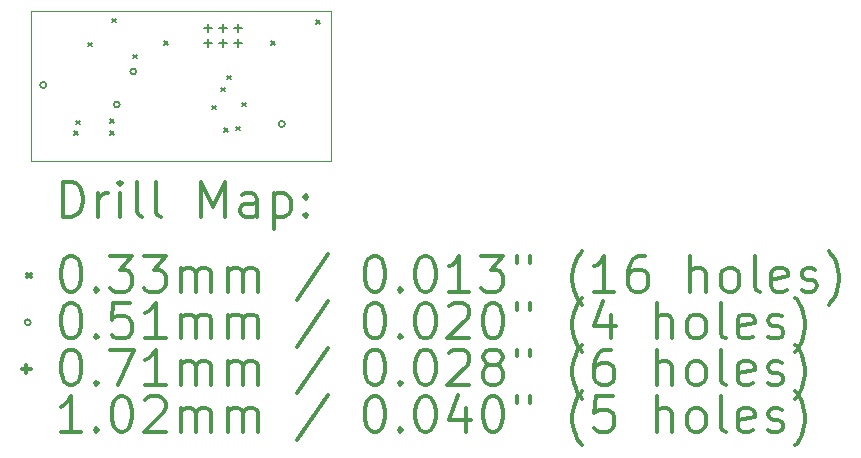
<source format=gbr>
%FSLAX45Y45*%
G04 Gerber Fmt 4.5, Leading zero omitted, Abs format (unit mm)*
G04 Created by KiCad (PCBNEW (2014-08-05 BZR 5054)-product) date 06/11/2014 16:12:25*
%MOMM*%
G01*
G04 APERTURE LIST*
%ADD10C,0.127000*%
%ADD11C,0.100000*%
%ADD12C,0.200000*%
%ADD13C,0.300000*%
G04 APERTURE END LIST*
D10*
D11*
X14414500Y-9588500D02*
X14414500Y-10858500D01*
X16954500Y-9588500D02*
X14414500Y-9588500D01*
X16954500Y-10858500D02*
X16954500Y-9588500D01*
X14414500Y-10858500D02*
X16954500Y-10858500D01*
D12*
X14778990Y-10600690D02*
X14812010Y-10633710D01*
X14812010Y-10600690D02*
X14778990Y-10633710D01*
X14791690Y-10511790D02*
X14824710Y-10544810D01*
X14824710Y-10511790D02*
X14791690Y-10544810D01*
X14893290Y-9851390D02*
X14926310Y-9884410D01*
X14926310Y-9851390D02*
X14893290Y-9884410D01*
X15083790Y-10499090D02*
X15116810Y-10532110D01*
X15116810Y-10499090D02*
X15083790Y-10532110D01*
X15083790Y-10600690D02*
X15116810Y-10633710D01*
X15116810Y-10600690D02*
X15083790Y-10633710D01*
X15096490Y-9648190D02*
X15129510Y-9681210D01*
X15129510Y-9648190D02*
X15096490Y-9681210D01*
X15274290Y-9952990D02*
X15307310Y-9986010D01*
X15307310Y-9952990D02*
X15274290Y-9986010D01*
X15540990Y-9838690D02*
X15574010Y-9871710D01*
X15574010Y-9838690D02*
X15540990Y-9871710D01*
X15947390Y-10384790D02*
X15980410Y-10417810D01*
X15980410Y-10384790D02*
X15947390Y-10417810D01*
X16023590Y-10232390D02*
X16056610Y-10265410D01*
X16056610Y-10232390D02*
X16023590Y-10265410D01*
X16048990Y-10575290D02*
X16082010Y-10608310D01*
X16082010Y-10575290D02*
X16048990Y-10608310D01*
X16074390Y-10130790D02*
X16107410Y-10163810D01*
X16107410Y-10130790D02*
X16074390Y-10163810D01*
X16150590Y-10562590D02*
X16183610Y-10595610D01*
X16183610Y-10562590D02*
X16150590Y-10595610D01*
X16201390Y-10359390D02*
X16234410Y-10392410D01*
X16234410Y-10359390D02*
X16201390Y-10392410D01*
X16442690Y-9838690D02*
X16475710Y-9871710D01*
X16475710Y-9838690D02*
X16442690Y-9871710D01*
X16823690Y-9660890D02*
X16856710Y-9693910D01*
X16856710Y-9660890D02*
X16823690Y-9693910D01*
X14541500Y-10210800D02*
G75*
G03X14541500Y-10210800I-25400J0D01*
G74*
G01*
X15163800Y-10375900D02*
G75*
G03X15163800Y-10375900I-25400J0D01*
G74*
G01*
X15303500Y-10096500D02*
G75*
G03X15303500Y-10096500I-25400J0D01*
G74*
G01*
X16560800Y-10541000D02*
G75*
G03X16560800Y-10541000I-25400J0D01*
G74*
G01*
X15913100Y-9692640D02*
X15913100Y-9763760D01*
X15877540Y-9728200D02*
X15948660Y-9728200D01*
X15913100Y-9819640D02*
X15913100Y-9890760D01*
X15877540Y-9855200D02*
X15948660Y-9855200D01*
X16040100Y-9692640D02*
X16040100Y-9763760D01*
X16004540Y-9728200D02*
X16075660Y-9728200D01*
X16040100Y-9819640D02*
X16040100Y-9890760D01*
X16004540Y-9855200D02*
X16075660Y-9855200D01*
X16167100Y-9692640D02*
X16167100Y-9763760D01*
X16131540Y-9728200D02*
X16202660Y-9728200D01*
X16167100Y-9819640D02*
X16167100Y-9890760D01*
X16131540Y-9855200D02*
X16202660Y-9855200D01*
D13*
X14680928Y-11329214D02*
X14680928Y-11029214D01*
X14752357Y-11029214D01*
X14795214Y-11043500D01*
X14823786Y-11072072D01*
X14838071Y-11100643D01*
X14852357Y-11157786D01*
X14852357Y-11200643D01*
X14838071Y-11257786D01*
X14823786Y-11286357D01*
X14795214Y-11314929D01*
X14752357Y-11329214D01*
X14680928Y-11329214D01*
X14980928Y-11329214D02*
X14980928Y-11129214D01*
X14980928Y-11186357D02*
X14995214Y-11157786D01*
X15009500Y-11143500D01*
X15038071Y-11129214D01*
X15066643Y-11129214D01*
X15166643Y-11329214D02*
X15166643Y-11129214D01*
X15166643Y-11029214D02*
X15152357Y-11043500D01*
X15166643Y-11057786D01*
X15180928Y-11043500D01*
X15166643Y-11029214D01*
X15166643Y-11057786D01*
X15352357Y-11329214D02*
X15323786Y-11314929D01*
X15309500Y-11286357D01*
X15309500Y-11029214D01*
X15509500Y-11329214D02*
X15480928Y-11314929D01*
X15466643Y-11286357D01*
X15466643Y-11029214D01*
X15852357Y-11329214D02*
X15852357Y-11029214D01*
X15952357Y-11243500D01*
X16052357Y-11029214D01*
X16052357Y-11329214D01*
X16323786Y-11329214D02*
X16323786Y-11172072D01*
X16309500Y-11143500D01*
X16280928Y-11129214D01*
X16223786Y-11129214D01*
X16195214Y-11143500D01*
X16323786Y-11314929D02*
X16295214Y-11329214D01*
X16223786Y-11329214D01*
X16195214Y-11314929D01*
X16180928Y-11286357D01*
X16180928Y-11257786D01*
X16195214Y-11229214D01*
X16223786Y-11214929D01*
X16295214Y-11214929D01*
X16323786Y-11200643D01*
X16466643Y-11129214D02*
X16466643Y-11429214D01*
X16466643Y-11143500D02*
X16495214Y-11129214D01*
X16552357Y-11129214D01*
X16580928Y-11143500D01*
X16595214Y-11157786D01*
X16609500Y-11186357D01*
X16609500Y-11272071D01*
X16595214Y-11300643D01*
X16580928Y-11314929D01*
X16552357Y-11329214D01*
X16495214Y-11329214D01*
X16466643Y-11314929D01*
X16738071Y-11300643D02*
X16752357Y-11314929D01*
X16738071Y-11329214D01*
X16723786Y-11314929D01*
X16738071Y-11300643D01*
X16738071Y-11329214D01*
X16738071Y-11143500D02*
X16752357Y-11157786D01*
X16738071Y-11172072D01*
X16723786Y-11157786D01*
X16738071Y-11143500D01*
X16738071Y-11172072D01*
X14376480Y-11806990D02*
X14409500Y-11840010D01*
X14409500Y-11806990D02*
X14376480Y-11840010D01*
X14738071Y-11659214D02*
X14766643Y-11659214D01*
X14795214Y-11673500D01*
X14809500Y-11687786D01*
X14823786Y-11716357D01*
X14838071Y-11773500D01*
X14838071Y-11844929D01*
X14823786Y-11902071D01*
X14809500Y-11930643D01*
X14795214Y-11944929D01*
X14766643Y-11959214D01*
X14738071Y-11959214D01*
X14709500Y-11944929D01*
X14695214Y-11930643D01*
X14680928Y-11902071D01*
X14666643Y-11844929D01*
X14666643Y-11773500D01*
X14680928Y-11716357D01*
X14695214Y-11687786D01*
X14709500Y-11673500D01*
X14738071Y-11659214D01*
X14966643Y-11930643D02*
X14980928Y-11944929D01*
X14966643Y-11959214D01*
X14952357Y-11944929D01*
X14966643Y-11930643D01*
X14966643Y-11959214D01*
X15080928Y-11659214D02*
X15266643Y-11659214D01*
X15166643Y-11773500D01*
X15209500Y-11773500D01*
X15238071Y-11787786D01*
X15252357Y-11802071D01*
X15266643Y-11830643D01*
X15266643Y-11902071D01*
X15252357Y-11930643D01*
X15238071Y-11944929D01*
X15209500Y-11959214D01*
X15123786Y-11959214D01*
X15095214Y-11944929D01*
X15080928Y-11930643D01*
X15366643Y-11659214D02*
X15552357Y-11659214D01*
X15452357Y-11773500D01*
X15495214Y-11773500D01*
X15523786Y-11787786D01*
X15538071Y-11802071D01*
X15552357Y-11830643D01*
X15552357Y-11902071D01*
X15538071Y-11930643D01*
X15523786Y-11944929D01*
X15495214Y-11959214D01*
X15409500Y-11959214D01*
X15380928Y-11944929D01*
X15366643Y-11930643D01*
X15680928Y-11959214D02*
X15680928Y-11759214D01*
X15680928Y-11787786D02*
X15695214Y-11773500D01*
X15723786Y-11759214D01*
X15766643Y-11759214D01*
X15795214Y-11773500D01*
X15809500Y-11802071D01*
X15809500Y-11959214D01*
X15809500Y-11802071D02*
X15823786Y-11773500D01*
X15852357Y-11759214D01*
X15895214Y-11759214D01*
X15923786Y-11773500D01*
X15938071Y-11802071D01*
X15938071Y-11959214D01*
X16080928Y-11959214D02*
X16080928Y-11759214D01*
X16080928Y-11787786D02*
X16095214Y-11773500D01*
X16123786Y-11759214D01*
X16166643Y-11759214D01*
X16195214Y-11773500D01*
X16209500Y-11802071D01*
X16209500Y-11959214D01*
X16209500Y-11802071D02*
X16223786Y-11773500D01*
X16252357Y-11759214D01*
X16295214Y-11759214D01*
X16323786Y-11773500D01*
X16338071Y-11802071D01*
X16338071Y-11959214D01*
X16923786Y-11644929D02*
X16666643Y-12030643D01*
X17309500Y-11659214D02*
X17338071Y-11659214D01*
X17366643Y-11673500D01*
X17380928Y-11687786D01*
X17395214Y-11716357D01*
X17409500Y-11773500D01*
X17409500Y-11844929D01*
X17395214Y-11902071D01*
X17380928Y-11930643D01*
X17366643Y-11944929D01*
X17338071Y-11959214D01*
X17309500Y-11959214D01*
X17280928Y-11944929D01*
X17266643Y-11930643D01*
X17252357Y-11902071D01*
X17238071Y-11844929D01*
X17238071Y-11773500D01*
X17252357Y-11716357D01*
X17266643Y-11687786D01*
X17280928Y-11673500D01*
X17309500Y-11659214D01*
X17538071Y-11930643D02*
X17552357Y-11944929D01*
X17538071Y-11959214D01*
X17523786Y-11944929D01*
X17538071Y-11930643D01*
X17538071Y-11959214D01*
X17738071Y-11659214D02*
X17766643Y-11659214D01*
X17795214Y-11673500D01*
X17809500Y-11687786D01*
X17823786Y-11716357D01*
X17838071Y-11773500D01*
X17838071Y-11844929D01*
X17823786Y-11902071D01*
X17809500Y-11930643D01*
X17795214Y-11944929D01*
X17766643Y-11959214D01*
X17738071Y-11959214D01*
X17709500Y-11944929D01*
X17695214Y-11930643D01*
X17680928Y-11902071D01*
X17666643Y-11844929D01*
X17666643Y-11773500D01*
X17680928Y-11716357D01*
X17695214Y-11687786D01*
X17709500Y-11673500D01*
X17738071Y-11659214D01*
X18123786Y-11959214D02*
X17952357Y-11959214D01*
X18038071Y-11959214D02*
X18038071Y-11659214D01*
X18009500Y-11702071D01*
X17980928Y-11730643D01*
X17952357Y-11744929D01*
X18223786Y-11659214D02*
X18409500Y-11659214D01*
X18309500Y-11773500D01*
X18352357Y-11773500D01*
X18380928Y-11787786D01*
X18395214Y-11802071D01*
X18409500Y-11830643D01*
X18409500Y-11902071D01*
X18395214Y-11930643D01*
X18380928Y-11944929D01*
X18352357Y-11959214D01*
X18266643Y-11959214D01*
X18238071Y-11944929D01*
X18223786Y-11930643D01*
X18523786Y-11659214D02*
X18523786Y-11716357D01*
X18638071Y-11659214D02*
X18638071Y-11716357D01*
X19080928Y-12073500D02*
X19066643Y-12059214D01*
X19038071Y-12016357D01*
X19023786Y-11987786D01*
X19009500Y-11944929D01*
X18995214Y-11873500D01*
X18995214Y-11816357D01*
X19009500Y-11744929D01*
X19023786Y-11702071D01*
X19038071Y-11673500D01*
X19066643Y-11630643D01*
X19080928Y-11616357D01*
X19352357Y-11959214D02*
X19180928Y-11959214D01*
X19266643Y-11959214D02*
X19266643Y-11659214D01*
X19238071Y-11702071D01*
X19209500Y-11730643D01*
X19180928Y-11744929D01*
X19609500Y-11659214D02*
X19552357Y-11659214D01*
X19523786Y-11673500D01*
X19509500Y-11687786D01*
X19480928Y-11730643D01*
X19466643Y-11787786D01*
X19466643Y-11902071D01*
X19480928Y-11930643D01*
X19495214Y-11944929D01*
X19523786Y-11959214D01*
X19580928Y-11959214D01*
X19609500Y-11944929D01*
X19623786Y-11930643D01*
X19638071Y-11902071D01*
X19638071Y-11830643D01*
X19623786Y-11802071D01*
X19609500Y-11787786D01*
X19580928Y-11773500D01*
X19523786Y-11773500D01*
X19495214Y-11787786D01*
X19480928Y-11802071D01*
X19466643Y-11830643D01*
X19995214Y-11959214D02*
X19995214Y-11659214D01*
X20123786Y-11959214D02*
X20123786Y-11802071D01*
X20109500Y-11773500D01*
X20080928Y-11759214D01*
X20038071Y-11759214D01*
X20009500Y-11773500D01*
X19995214Y-11787786D01*
X20309500Y-11959214D02*
X20280928Y-11944929D01*
X20266643Y-11930643D01*
X20252357Y-11902071D01*
X20252357Y-11816357D01*
X20266643Y-11787786D01*
X20280928Y-11773500D01*
X20309500Y-11759214D01*
X20352357Y-11759214D01*
X20380928Y-11773500D01*
X20395214Y-11787786D01*
X20409500Y-11816357D01*
X20409500Y-11902071D01*
X20395214Y-11930643D01*
X20380928Y-11944929D01*
X20352357Y-11959214D01*
X20309500Y-11959214D01*
X20580928Y-11959214D02*
X20552357Y-11944929D01*
X20538071Y-11916357D01*
X20538071Y-11659214D01*
X20809500Y-11944929D02*
X20780929Y-11959214D01*
X20723786Y-11959214D01*
X20695214Y-11944929D01*
X20680929Y-11916357D01*
X20680929Y-11802071D01*
X20695214Y-11773500D01*
X20723786Y-11759214D01*
X20780929Y-11759214D01*
X20809500Y-11773500D01*
X20823786Y-11802071D01*
X20823786Y-11830643D01*
X20680929Y-11859214D01*
X20938071Y-11944929D02*
X20966643Y-11959214D01*
X21023786Y-11959214D01*
X21052357Y-11944929D01*
X21066643Y-11916357D01*
X21066643Y-11902071D01*
X21052357Y-11873500D01*
X21023786Y-11859214D01*
X20980929Y-11859214D01*
X20952357Y-11844929D01*
X20938071Y-11816357D01*
X20938071Y-11802071D01*
X20952357Y-11773500D01*
X20980929Y-11759214D01*
X21023786Y-11759214D01*
X21052357Y-11773500D01*
X21166643Y-12073500D02*
X21180929Y-12059214D01*
X21209500Y-12016357D01*
X21223786Y-11987786D01*
X21238071Y-11944929D01*
X21252357Y-11873500D01*
X21252357Y-11816357D01*
X21238071Y-11744929D01*
X21223786Y-11702071D01*
X21209500Y-11673500D01*
X21180929Y-11630643D01*
X21166643Y-11616357D01*
D12*
X14409500Y-12219500D02*
G75*
G03X14409500Y-12219500I-25400J0D01*
G74*
G01*
D13*
X14738071Y-12055214D02*
X14766643Y-12055214D01*
X14795214Y-12069500D01*
X14809500Y-12083786D01*
X14823786Y-12112357D01*
X14838071Y-12169500D01*
X14838071Y-12240929D01*
X14823786Y-12298071D01*
X14809500Y-12326643D01*
X14795214Y-12340929D01*
X14766643Y-12355214D01*
X14738071Y-12355214D01*
X14709500Y-12340929D01*
X14695214Y-12326643D01*
X14680928Y-12298071D01*
X14666643Y-12240929D01*
X14666643Y-12169500D01*
X14680928Y-12112357D01*
X14695214Y-12083786D01*
X14709500Y-12069500D01*
X14738071Y-12055214D01*
X14966643Y-12326643D02*
X14980928Y-12340929D01*
X14966643Y-12355214D01*
X14952357Y-12340929D01*
X14966643Y-12326643D01*
X14966643Y-12355214D01*
X15252357Y-12055214D02*
X15109500Y-12055214D01*
X15095214Y-12198071D01*
X15109500Y-12183786D01*
X15138071Y-12169500D01*
X15209500Y-12169500D01*
X15238071Y-12183786D01*
X15252357Y-12198071D01*
X15266643Y-12226643D01*
X15266643Y-12298071D01*
X15252357Y-12326643D01*
X15238071Y-12340929D01*
X15209500Y-12355214D01*
X15138071Y-12355214D01*
X15109500Y-12340929D01*
X15095214Y-12326643D01*
X15552357Y-12355214D02*
X15380928Y-12355214D01*
X15466643Y-12355214D02*
X15466643Y-12055214D01*
X15438071Y-12098071D01*
X15409500Y-12126643D01*
X15380928Y-12140929D01*
X15680928Y-12355214D02*
X15680928Y-12155214D01*
X15680928Y-12183786D02*
X15695214Y-12169500D01*
X15723786Y-12155214D01*
X15766643Y-12155214D01*
X15795214Y-12169500D01*
X15809500Y-12198071D01*
X15809500Y-12355214D01*
X15809500Y-12198071D02*
X15823786Y-12169500D01*
X15852357Y-12155214D01*
X15895214Y-12155214D01*
X15923786Y-12169500D01*
X15938071Y-12198071D01*
X15938071Y-12355214D01*
X16080928Y-12355214D02*
X16080928Y-12155214D01*
X16080928Y-12183786D02*
X16095214Y-12169500D01*
X16123786Y-12155214D01*
X16166643Y-12155214D01*
X16195214Y-12169500D01*
X16209500Y-12198071D01*
X16209500Y-12355214D01*
X16209500Y-12198071D02*
X16223786Y-12169500D01*
X16252357Y-12155214D01*
X16295214Y-12155214D01*
X16323786Y-12169500D01*
X16338071Y-12198071D01*
X16338071Y-12355214D01*
X16923786Y-12040929D02*
X16666643Y-12426643D01*
X17309500Y-12055214D02*
X17338071Y-12055214D01*
X17366643Y-12069500D01*
X17380928Y-12083786D01*
X17395214Y-12112357D01*
X17409500Y-12169500D01*
X17409500Y-12240929D01*
X17395214Y-12298071D01*
X17380928Y-12326643D01*
X17366643Y-12340929D01*
X17338071Y-12355214D01*
X17309500Y-12355214D01*
X17280928Y-12340929D01*
X17266643Y-12326643D01*
X17252357Y-12298071D01*
X17238071Y-12240929D01*
X17238071Y-12169500D01*
X17252357Y-12112357D01*
X17266643Y-12083786D01*
X17280928Y-12069500D01*
X17309500Y-12055214D01*
X17538071Y-12326643D02*
X17552357Y-12340929D01*
X17538071Y-12355214D01*
X17523786Y-12340929D01*
X17538071Y-12326643D01*
X17538071Y-12355214D01*
X17738071Y-12055214D02*
X17766643Y-12055214D01*
X17795214Y-12069500D01*
X17809500Y-12083786D01*
X17823786Y-12112357D01*
X17838071Y-12169500D01*
X17838071Y-12240929D01*
X17823786Y-12298071D01*
X17809500Y-12326643D01*
X17795214Y-12340929D01*
X17766643Y-12355214D01*
X17738071Y-12355214D01*
X17709500Y-12340929D01*
X17695214Y-12326643D01*
X17680928Y-12298071D01*
X17666643Y-12240929D01*
X17666643Y-12169500D01*
X17680928Y-12112357D01*
X17695214Y-12083786D01*
X17709500Y-12069500D01*
X17738071Y-12055214D01*
X17952357Y-12083786D02*
X17966643Y-12069500D01*
X17995214Y-12055214D01*
X18066643Y-12055214D01*
X18095214Y-12069500D01*
X18109500Y-12083786D01*
X18123786Y-12112357D01*
X18123786Y-12140929D01*
X18109500Y-12183786D01*
X17938071Y-12355214D01*
X18123786Y-12355214D01*
X18309500Y-12055214D02*
X18338071Y-12055214D01*
X18366643Y-12069500D01*
X18380928Y-12083786D01*
X18395214Y-12112357D01*
X18409500Y-12169500D01*
X18409500Y-12240929D01*
X18395214Y-12298071D01*
X18380928Y-12326643D01*
X18366643Y-12340929D01*
X18338071Y-12355214D01*
X18309500Y-12355214D01*
X18280928Y-12340929D01*
X18266643Y-12326643D01*
X18252357Y-12298071D01*
X18238071Y-12240929D01*
X18238071Y-12169500D01*
X18252357Y-12112357D01*
X18266643Y-12083786D01*
X18280928Y-12069500D01*
X18309500Y-12055214D01*
X18523786Y-12055214D02*
X18523786Y-12112357D01*
X18638071Y-12055214D02*
X18638071Y-12112357D01*
X19080928Y-12469500D02*
X19066643Y-12455214D01*
X19038071Y-12412357D01*
X19023786Y-12383786D01*
X19009500Y-12340929D01*
X18995214Y-12269500D01*
X18995214Y-12212357D01*
X19009500Y-12140929D01*
X19023786Y-12098071D01*
X19038071Y-12069500D01*
X19066643Y-12026643D01*
X19080928Y-12012357D01*
X19323786Y-12155214D02*
X19323786Y-12355214D01*
X19252357Y-12040929D02*
X19180928Y-12255214D01*
X19366643Y-12255214D01*
X19709500Y-12355214D02*
X19709500Y-12055214D01*
X19838071Y-12355214D02*
X19838071Y-12198071D01*
X19823786Y-12169500D01*
X19795214Y-12155214D01*
X19752357Y-12155214D01*
X19723786Y-12169500D01*
X19709500Y-12183786D01*
X20023786Y-12355214D02*
X19995214Y-12340929D01*
X19980928Y-12326643D01*
X19966643Y-12298071D01*
X19966643Y-12212357D01*
X19980928Y-12183786D01*
X19995214Y-12169500D01*
X20023786Y-12155214D01*
X20066643Y-12155214D01*
X20095214Y-12169500D01*
X20109500Y-12183786D01*
X20123786Y-12212357D01*
X20123786Y-12298071D01*
X20109500Y-12326643D01*
X20095214Y-12340929D01*
X20066643Y-12355214D01*
X20023786Y-12355214D01*
X20295214Y-12355214D02*
X20266643Y-12340929D01*
X20252357Y-12312357D01*
X20252357Y-12055214D01*
X20523786Y-12340929D02*
X20495214Y-12355214D01*
X20438071Y-12355214D01*
X20409500Y-12340929D01*
X20395214Y-12312357D01*
X20395214Y-12198071D01*
X20409500Y-12169500D01*
X20438071Y-12155214D01*
X20495214Y-12155214D01*
X20523786Y-12169500D01*
X20538071Y-12198071D01*
X20538071Y-12226643D01*
X20395214Y-12255214D01*
X20652357Y-12340929D02*
X20680929Y-12355214D01*
X20738071Y-12355214D01*
X20766643Y-12340929D01*
X20780929Y-12312357D01*
X20780929Y-12298071D01*
X20766643Y-12269500D01*
X20738071Y-12255214D01*
X20695214Y-12255214D01*
X20666643Y-12240929D01*
X20652357Y-12212357D01*
X20652357Y-12198071D01*
X20666643Y-12169500D01*
X20695214Y-12155214D01*
X20738071Y-12155214D01*
X20766643Y-12169500D01*
X20880928Y-12469500D02*
X20895214Y-12455214D01*
X20923786Y-12412357D01*
X20938071Y-12383786D01*
X20952357Y-12340929D01*
X20966643Y-12269500D01*
X20966643Y-12212357D01*
X20952357Y-12140929D01*
X20938071Y-12098071D01*
X20923786Y-12069500D01*
X20895214Y-12026643D01*
X20880928Y-12012357D01*
X14373940Y-12579940D02*
X14373940Y-12651060D01*
X14338380Y-12615500D02*
X14409500Y-12615500D01*
X14738071Y-12451214D02*
X14766643Y-12451214D01*
X14795214Y-12465500D01*
X14809500Y-12479786D01*
X14823786Y-12508357D01*
X14838071Y-12565500D01*
X14838071Y-12636929D01*
X14823786Y-12694071D01*
X14809500Y-12722643D01*
X14795214Y-12736929D01*
X14766643Y-12751214D01*
X14738071Y-12751214D01*
X14709500Y-12736929D01*
X14695214Y-12722643D01*
X14680928Y-12694071D01*
X14666643Y-12636929D01*
X14666643Y-12565500D01*
X14680928Y-12508357D01*
X14695214Y-12479786D01*
X14709500Y-12465500D01*
X14738071Y-12451214D01*
X14966643Y-12722643D02*
X14980928Y-12736929D01*
X14966643Y-12751214D01*
X14952357Y-12736929D01*
X14966643Y-12722643D01*
X14966643Y-12751214D01*
X15080928Y-12451214D02*
X15280928Y-12451214D01*
X15152357Y-12751214D01*
X15552357Y-12751214D02*
X15380928Y-12751214D01*
X15466643Y-12751214D02*
X15466643Y-12451214D01*
X15438071Y-12494071D01*
X15409500Y-12522643D01*
X15380928Y-12536929D01*
X15680928Y-12751214D02*
X15680928Y-12551214D01*
X15680928Y-12579786D02*
X15695214Y-12565500D01*
X15723786Y-12551214D01*
X15766643Y-12551214D01*
X15795214Y-12565500D01*
X15809500Y-12594071D01*
X15809500Y-12751214D01*
X15809500Y-12594071D02*
X15823786Y-12565500D01*
X15852357Y-12551214D01*
X15895214Y-12551214D01*
X15923786Y-12565500D01*
X15938071Y-12594071D01*
X15938071Y-12751214D01*
X16080928Y-12751214D02*
X16080928Y-12551214D01*
X16080928Y-12579786D02*
X16095214Y-12565500D01*
X16123786Y-12551214D01*
X16166643Y-12551214D01*
X16195214Y-12565500D01*
X16209500Y-12594071D01*
X16209500Y-12751214D01*
X16209500Y-12594071D02*
X16223786Y-12565500D01*
X16252357Y-12551214D01*
X16295214Y-12551214D01*
X16323786Y-12565500D01*
X16338071Y-12594071D01*
X16338071Y-12751214D01*
X16923786Y-12436929D02*
X16666643Y-12822643D01*
X17309500Y-12451214D02*
X17338071Y-12451214D01*
X17366643Y-12465500D01*
X17380928Y-12479786D01*
X17395214Y-12508357D01*
X17409500Y-12565500D01*
X17409500Y-12636929D01*
X17395214Y-12694071D01*
X17380928Y-12722643D01*
X17366643Y-12736929D01*
X17338071Y-12751214D01*
X17309500Y-12751214D01*
X17280928Y-12736929D01*
X17266643Y-12722643D01*
X17252357Y-12694071D01*
X17238071Y-12636929D01*
X17238071Y-12565500D01*
X17252357Y-12508357D01*
X17266643Y-12479786D01*
X17280928Y-12465500D01*
X17309500Y-12451214D01*
X17538071Y-12722643D02*
X17552357Y-12736929D01*
X17538071Y-12751214D01*
X17523786Y-12736929D01*
X17538071Y-12722643D01*
X17538071Y-12751214D01*
X17738071Y-12451214D02*
X17766643Y-12451214D01*
X17795214Y-12465500D01*
X17809500Y-12479786D01*
X17823786Y-12508357D01*
X17838071Y-12565500D01*
X17838071Y-12636929D01*
X17823786Y-12694071D01*
X17809500Y-12722643D01*
X17795214Y-12736929D01*
X17766643Y-12751214D01*
X17738071Y-12751214D01*
X17709500Y-12736929D01*
X17695214Y-12722643D01*
X17680928Y-12694071D01*
X17666643Y-12636929D01*
X17666643Y-12565500D01*
X17680928Y-12508357D01*
X17695214Y-12479786D01*
X17709500Y-12465500D01*
X17738071Y-12451214D01*
X17952357Y-12479786D02*
X17966643Y-12465500D01*
X17995214Y-12451214D01*
X18066643Y-12451214D01*
X18095214Y-12465500D01*
X18109500Y-12479786D01*
X18123786Y-12508357D01*
X18123786Y-12536929D01*
X18109500Y-12579786D01*
X17938071Y-12751214D01*
X18123786Y-12751214D01*
X18295214Y-12579786D02*
X18266643Y-12565500D01*
X18252357Y-12551214D01*
X18238071Y-12522643D01*
X18238071Y-12508357D01*
X18252357Y-12479786D01*
X18266643Y-12465500D01*
X18295214Y-12451214D01*
X18352357Y-12451214D01*
X18380928Y-12465500D01*
X18395214Y-12479786D01*
X18409500Y-12508357D01*
X18409500Y-12522643D01*
X18395214Y-12551214D01*
X18380928Y-12565500D01*
X18352357Y-12579786D01*
X18295214Y-12579786D01*
X18266643Y-12594071D01*
X18252357Y-12608357D01*
X18238071Y-12636929D01*
X18238071Y-12694071D01*
X18252357Y-12722643D01*
X18266643Y-12736929D01*
X18295214Y-12751214D01*
X18352357Y-12751214D01*
X18380928Y-12736929D01*
X18395214Y-12722643D01*
X18409500Y-12694071D01*
X18409500Y-12636929D01*
X18395214Y-12608357D01*
X18380928Y-12594071D01*
X18352357Y-12579786D01*
X18523786Y-12451214D02*
X18523786Y-12508357D01*
X18638071Y-12451214D02*
X18638071Y-12508357D01*
X19080928Y-12865500D02*
X19066643Y-12851214D01*
X19038071Y-12808357D01*
X19023786Y-12779786D01*
X19009500Y-12736929D01*
X18995214Y-12665500D01*
X18995214Y-12608357D01*
X19009500Y-12536929D01*
X19023786Y-12494071D01*
X19038071Y-12465500D01*
X19066643Y-12422643D01*
X19080928Y-12408357D01*
X19323786Y-12451214D02*
X19266643Y-12451214D01*
X19238071Y-12465500D01*
X19223786Y-12479786D01*
X19195214Y-12522643D01*
X19180928Y-12579786D01*
X19180928Y-12694071D01*
X19195214Y-12722643D01*
X19209500Y-12736929D01*
X19238071Y-12751214D01*
X19295214Y-12751214D01*
X19323786Y-12736929D01*
X19338071Y-12722643D01*
X19352357Y-12694071D01*
X19352357Y-12622643D01*
X19338071Y-12594071D01*
X19323786Y-12579786D01*
X19295214Y-12565500D01*
X19238071Y-12565500D01*
X19209500Y-12579786D01*
X19195214Y-12594071D01*
X19180928Y-12622643D01*
X19709500Y-12751214D02*
X19709500Y-12451214D01*
X19838071Y-12751214D02*
X19838071Y-12594071D01*
X19823786Y-12565500D01*
X19795214Y-12551214D01*
X19752357Y-12551214D01*
X19723786Y-12565500D01*
X19709500Y-12579786D01*
X20023786Y-12751214D02*
X19995214Y-12736929D01*
X19980928Y-12722643D01*
X19966643Y-12694071D01*
X19966643Y-12608357D01*
X19980928Y-12579786D01*
X19995214Y-12565500D01*
X20023786Y-12551214D01*
X20066643Y-12551214D01*
X20095214Y-12565500D01*
X20109500Y-12579786D01*
X20123786Y-12608357D01*
X20123786Y-12694071D01*
X20109500Y-12722643D01*
X20095214Y-12736929D01*
X20066643Y-12751214D01*
X20023786Y-12751214D01*
X20295214Y-12751214D02*
X20266643Y-12736929D01*
X20252357Y-12708357D01*
X20252357Y-12451214D01*
X20523786Y-12736929D02*
X20495214Y-12751214D01*
X20438071Y-12751214D01*
X20409500Y-12736929D01*
X20395214Y-12708357D01*
X20395214Y-12594071D01*
X20409500Y-12565500D01*
X20438071Y-12551214D01*
X20495214Y-12551214D01*
X20523786Y-12565500D01*
X20538071Y-12594071D01*
X20538071Y-12622643D01*
X20395214Y-12651214D01*
X20652357Y-12736929D02*
X20680929Y-12751214D01*
X20738071Y-12751214D01*
X20766643Y-12736929D01*
X20780929Y-12708357D01*
X20780929Y-12694071D01*
X20766643Y-12665500D01*
X20738071Y-12651214D01*
X20695214Y-12651214D01*
X20666643Y-12636929D01*
X20652357Y-12608357D01*
X20652357Y-12594071D01*
X20666643Y-12565500D01*
X20695214Y-12551214D01*
X20738071Y-12551214D01*
X20766643Y-12565500D01*
X20880928Y-12865500D02*
X20895214Y-12851214D01*
X20923786Y-12808357D01*
X20938071Y-12779786D01*
X20952357Y-12736929D01*
X20966643Y-12665500D01*
X20966643Y-12608357D01*
X20952357Y-12536929D01*
X20938071Y-12494071D01*
X20923786Y-12465500D01*
X20895214Y-12422643D01*
X20880928Y-12408357D01*
D12*
D13*
X14838071Y-13147214D02*
X14666643Y-13147214D01*
X14752357Y-13147214D02*
X14752357Y-12847214D01*
X14723786Y-12890071D01*
X14695214Y-12918643D01*
X14666643Y-12932929D01*
X14966643Y-13118643D02*
X14980928Y-13132929D01*
X14966643Y-13147214D01*
X14952357Y-13132929D01*
X14966643Y-13118643D01*
X14966643Y-13147214D01*
X15166643Y-12847214D02*
X15195214Y-12847214D01*
X15223786Y-12861500D01*
X15238071Y-12875786D01*
X15252357Y-12904357D01*
X15266643Y-12961500D01*
X15266643Y-13032929D01*
X15252357Y-13090071D01*
X15238071Y-13118643D01*
X15223786Y-13132929D01*
X15195214Y-13147214D01*
X15166643Y-13147214D01*
X15138071Y-13132929D01*
X15123786Y-13118643D01*
X15109500Y-13090071D01*
X15095214Y-13032929D01*
X15095214Y-12961500D01*
X15109500Y-12904357D01*
X15123786Y-12875786D01*
X15138071Y-12861500D01*
X15166643Y-12847214D01*
X15380928Y-12875786D02*
X15395214Y-12861500D01*
X15423786Y-12847214D01*
X15495214Y-12847214D01*
X15523786Y-12861500D01*
X15538071Y-12875786D01*
X15552357Y-12904357D01*
X15552357Y-12932929D01*
X15538071Y-12975786D01*
X15366643Y-13147214D01*
X15552357Y-13147214D01*
X15680928Y-13147214D02*
X15680928Y-12947214D01*
X15680928Y-12975786D02*
X15695214Y-12961500D01*
X15723786Y-12947214D01*
X15766643Y-12947214D01*
X15795214Y-12961500D01*
X15809500Y-12990071D01*
X15809500Y-13147214D01*
X15809500Y-12990071D02*
X15823786Y-12961500D01*
X15852357Y-12947214D01*
X15895214Y-12947214D01*
X15923786Y-12961500D01*
X15938071Y-12990071D01*
X15938071Y-13147214D01*
X16080928Y-13147214D02*
X16080928Y-12947214D01*
X16080928Y-12975786D02*
X16095214Y-12961500D01*
X16123786Y-12947214D01*
X16166643Y-12947214D01*
X16195214Y-12961500D01*
X16209500Y-12990071D01*
X16209500Y-13147214D01*
X16209500Y-12990071D02*
X16223786Y-12961500D01*
X16252357Y-12947214D01*
X16295214Y-12947214D01*
X16323786Y-12961500D01*
X16338071Y-12990071D01*
X16338071Y-13147214D01*
X16923786Y-12832929D02*
X16666643Y-13218643D01*
X17309500Y-12847214D02*
X17338071Y-12847214D01*
X17366643Y-12861500D01*
X17380928Y-12875786D01*
X17395214Y-12904357D01*
X17409500Y-12961500D01*
X17409500Y-13032929D01*
X17395214Y-13090071D01*
X17380928Y-13118643D01*
X17366643Y-13132929D01*
X17338071Y-13147214D01*
X17309500Y-13147214D01*
X17280928Y-13132929D01*
X17266643Y-13118643D01*
X17252357Y-13090071D01*
X17238071Y-13032929D01*
X17238071Y-12961500D01*
X17252357Y-12904357D01*
X17266643Y-12875786D01*
X17280928Y-12861500D01*
X17309500Y-12847214D01*
X17538071Y-13118643D02*
X17552357Y-13132929D01*
X17538071Y-13147214D01*
X17523786Y-13132929D01*
X17538071Y-13118643D01*
X17538071Y-13147214D01*
X17738071Y-12847214D02*
X17766643Y-12847214D01*
X17795214Y-12861500D01*
X17809500Y-12875786D01*
X17823786Y-12904357D01*
X17838071Y-12961500D01*
X17838071Y-13032929D01*
X17823786Y-13090071D01*
X17809500Y-13118643D01*
X17795214Y-13132929D01*
X17766643Y-13147214D01*
X17738071Y-13147214D01*
X17709500Y-13132929D01*
X17695214Y-13118643D01*
X17680928Y-13090071D01*
X17666643Y-13032929D01*
X17666643Y-12961500D01*
X17680928Y-12904357D01*
X17695214Y-12875786D01*
X17709500Y-12861500D01*
X17738071Y-12847214D01*
X18095214Y-12947214D02*
X18095214Y-13147214D01*
X18023786Y-12832929D02*
X17952357Y-13047214D01*
X18138071Y-13047214D01*
X18309500Y-12847214D02*
X18338071Y-12847214D01*
X18366643Y-12861500D01*
X18380928Y-12875786D01*
X18395214Y-12904357D01*
X18409500Y-12961500D01*
X18409500Y-13032929D01*
X18395214Y-13090071D01*
X18380928Y-13118643D01*
X18366643Y-13132929D01*
X18338071Y-13147214D01*
X18309500Y-13147214D01*
X18280928Y-13132929D01*
X18266643Y-13118643D01*
X18252357Y-13090071D01*
X18238071Y-13032929D01*
X18238071Y-12961500D01*
X18252357Y-12904357D01*
X18266643Y-12875786D01*
X18280928Y-12861500D01*
X18309500Y-12847214D01*
X18523786Y-12847214D02*
X18523786Y-12904357D01*
X18638071Y-12847214D02*
X18638071Y-12904357D01*
X19080928Y-13261500D02*
X19066643Y-13247214D01*
X19038071Y-13204357D01*
X19023786Y-13175786D01*
X19009500Y-13132929D01*
X18995214Y-13061500D01*
X18995214Y-13004357D01*
X19009500Y-12932929D01*
X19023786Y-12890071D01*
X19038071Y-12861500D01*
X19066643Y-12818643D01*
X19080928Y-12804357D01*
X19338071Y-12847214D02*
X19195214Y-12847214D01*
X19180928Y-12990071D01*
X19195214Y-12975786D01*
X19223786Y-12961500D01*
X19295214Y-12961500D01*
X19323786Y-12975786D01*
X19338071Y-12990071D01*
X19352357Y-13018643D01*
X19352357Y-13090071D01*
X19338071Y-13118643D01*
X19323786Y-13132929D01*
X19295214Y-13147214D01*
X19223786Y-13147214D01*
X19195214Y-13132929D01*
X19180928Y-13118643D01*
X19709500Y-13147214D02*
X19709500Y-12847214D01*
X19838071Y-13147214D02*
X19838071Y-12990071D01*
X19823786Y-12961500D01*
X19795214Y-12947214D01*
X19752357Y-12947214D01*
X19723786Y-12961500D01*
X19709500Y-12975786D01*
X20023786Y-13147214D02*
X19995214Y-13132929D01*
X19980928Y-13118643D01*
X19966643Y-13090071D01*
X19966643Y-13004357D01*
X19980928Y-12975786D01*
X19995214Y-12961500D01*
X20023786Y-12947214D01*
X20066643Y-12947214D01*
X20095214Y-12961500D01*
X20109500Y-12975786D01*
X20123786Y-13004357D01*
X20123786Y-13090071D01*
X20109500Y-13118643D01*
X20095214Y-13132929D01*
X20066643Y-13147214D01*
X20023786Y-13147214D01*
X20295214Y-13147214D02*
X20266643Y-13132929D01*
X20252357Y-13104357D01*
X20252357Y-12847214D01*
X20523786Y-13132929D02*
X20495214Y-13147214D01*
X20438071Y-13147214D01*
X20409500Y-13132929D01*
X20395214Y-13104357D01*
X20395214Y-12990071D01*
X20409500Y-12961500D01*
X20438071Y-12947214D01*
X20495214Y-12947214D01*
X20523786Y-12961500D01*
X20538071Y-12990071D01*
X20538071Y-13018643D01*
X20395214Y-13047214D01*
X20652357Y-13132929D02*
X20680929Y-13147214D01*
X20738071Y-13147214D01*
X20766643Y-13132929D01*
X20780929Y-13104357D01*
X20780929Y-13090071D01*
X20766643Y-13061500D01*
X20738071Y-13047214D01*
X20695214Y-13047214D01*
X20666643Y-13032929D01*
X20652357Y-13004357D01*
X20652357Y-12990071D01*
X20666643Y-12961500D01*
X20695214Y-12947214D01*
X20738071Y-12947214D01*
X20766643Y-12961500D01*
X20880928Y-13261500D02*
X20895214Y-13247214D01*
X20923786Y-13204357D01*
X20938071Y-13175786D01*
X20952357Y-13132929D01*
X20966643Y-13061500D01*
X20966643Y-13004357D01*
X20952357Y-12932929D01*
X20938071Y-12890071D01*
X20923786Y-12861500D01*
X20895214Y-12818643D01*
X20880928Y-12804357D01*
M02*

</source>
